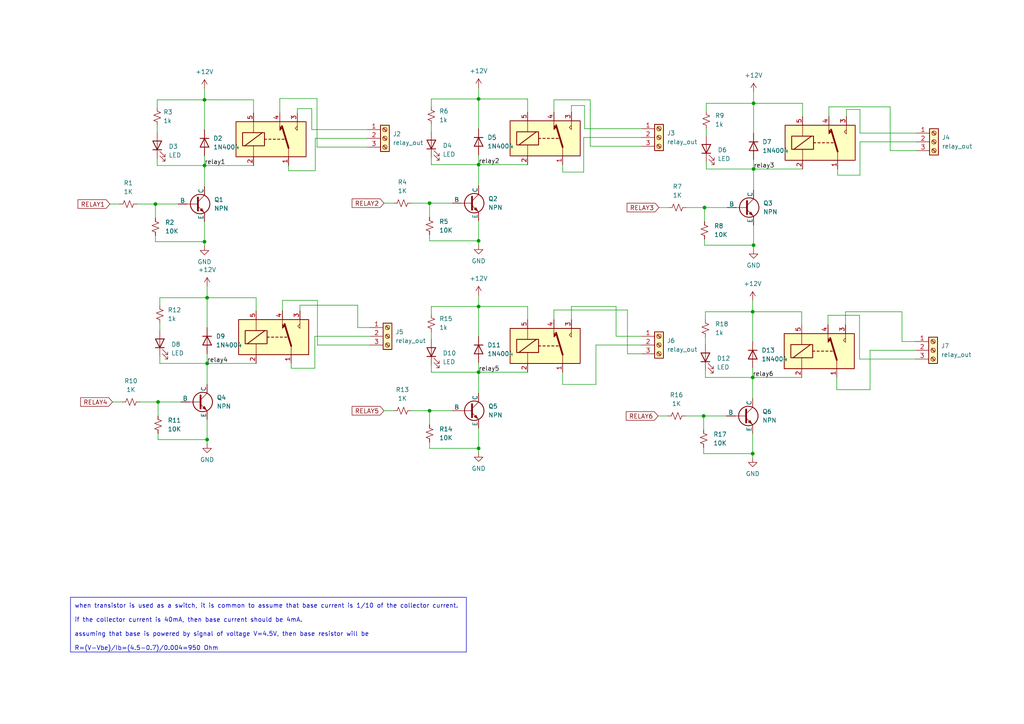
<source format=kicad_sch>
(kicad_sch (version 20230121) (generator eeschema)
  (paper "A4")
  (title_block (title "RelayDriverSheet") (date "2023-12-21") (comment 2 "each of the following relay is driver by a 12v ") (comment 3 "This sheet contains the circuits to drive the Relays "))
  (lib_symbols
    (symbol "Connector:Screw_Terminal_01x03" (pin_names (offset 1.016) hide)
      (property "Reference" "J" (at 0 5.08 0))
      (property "Value" "Screw_Terminal_01x03" (at 0 -5.08 0))
      (symbol "Screw_Terminal_01x03_1_1"
        (rectangle (start -1.27 3.81) (end 1.27 -3.81) (stroke (width 0.254)) (fill (type background)))
        (circle (center 0 -2.54) (radius 0.635) (stroke (width 0.1524)))
        (polyline (pts (xy -0.5334 -2.2098) (xy 0.3302 -3.048)) (stroke (width 0.1524)))
        (polyline (pts (xy -0.5334 0.3302) (xy 0.3302 -0.508)) (stroke (width 0.1524)))
        (polyline (pts (xy -0.5334 2.8702) (xy 0.3302 2.032)) (stroke (width 0.1524)))
        (polyline (pts (xy -0.3556 -2.032) (xy 0.508 -2.8702)) (stroke (width 0.1524)))
        (polyline (pts (xy -0.3556 0.508) (xy 0.508 -0.3302)) (stroke (width 0.1524)))
        (polyline (pts (xy -0.3556 3.048) (xy 0.508 2.2098)) (stroke (width 0.1524)))
        (circle (center 0 0) (radius 0.635) (stroke (width 0.1524)))
        (circle (center 0 2.54) (radius 0.635) (stroke (width 0.1524)))
        (pin passive line (at -5.08 2.54 0) (length 3.81) (name "Pin_1") (number "1"))
        (pin passive line (at -5.08 0 0) (length 3.81) (name "Pin_2") (number "2"))
        (pin passive line (at -5.08 -2.54 0) (length 3.81) (name "Pin_3") (number "3"))
      )
    )
    (symbol "Device:LED" (pin_numbers hide) (pin_names (offset 1.016) hide)
      (property "Reference" "D" (at 0 2.54 0))
      (property "Value" "LED" (at 0 -2.54 0))
      (symbol "LED_0_1"
        (polyline (pts (xy -1.27 -1.27) (xy -1.27 1.27)) (stroke (width 0.254)))
        (polyline (pts (xy -1.27 0) (xy 1.27 0)))
        (polyline (pts (xy 1.27 -1.27) (xy 1.27 1.27) (xy -1.27 0) (xy 1.27 -1.27)) (stroke (width 0.254)))
        (polyline (pts (xy -3.048 -0.762) (xy -4.572 -2.286) (xy -3.81 -2.286) (xy -4.572 -2.286) (xy -4.572 -1.524)))
        (polyline (pts (xy -1.778 -0.762) (xy -3.302 -2.286) (xy -2.54 -2.286) (xy -3.302 -2.286) (xy -3.302 -1.524)))
      )
      (symbol "LED_1_1"
        (pin passive line (at -3.81 0 0) (length 2.54) (name "K") (number "1"))
        (pin passive line (at 3.81 0 180) (length 2.54) (name "A") (number "2"))
      )
    )
    (symbol "Device:R_Small_US" (pin_numbers hide) (pin_names (offset 0.254) hide)
      (property "Reference" "R" (at 0.762 0.508 0))
      (property "Value" "R_Small_US" (at 0.762 -1.016 0))
      (symbol "R_Small_US_1_1"
        (polyline (pts (xy 0 0) (xy 1.016 -0.381) (xy 0 -0.762) (xy -1.016 -1.143) (xy 0 -1.524)))
        (polyline (pts (xy 0 1.524) (xy 1.016 1.143) (xy 0 0.762) (xy -1.016 0.381) (xy 0 0)))
        (pin passive line (at 0 2.54 270) (length 1.016) (name "~") (number "1"))
        (pin passive line (at 0 -2.54 90) (length 1.016) (name "~") (number "2"))
      )
    )
    (symbol "Diode:1N4004" (pin_numbers hide) (pin_names hide)
      (property "Reference" "D" (at 0 2.54 0))
      (property "Value" "1N4004" (at 0 -2.54 0))
      (symbol "1N4004_0_1"
        (polyline (pts (xy -1.27 1.27) (xy -1.27 -1.27)) (stroke (width 0.254)))
        (polyline (pts (xy 1.27 0) (xy -1.27 0)))
        (polyline (pts (xy 1.27 1.27) (xy 1.27 -1.27) (xy -1.27 0) (xy 1.27 1.27)) (stroke (width 0.254)))
      )
      (symbol "1N4004_1_1"
        (pin passive line (at -3.81 0 0) (length 2.54) (name "K") (number "1"))
        (pin passive line (at 3.81 0 180) (length 2.54) (name "A") (number "2"))
      )
    )
    (symbol "Relay:G5LE-1"
      (property "Reference" "K" (at 11.43 3.81 0))
      (property "Value" "G5LE-1" (at 11.43 1.27 0))
      (symbol "G5LE-1_0_0"
        (polyline (pts (xy 7.62 5.08) (xy 7.62 2.54) (xy 6.985 3.175) (xy 7.62 3.81)))
      )
      (symbol "G5LE-1_0_1"
        (rectangle (start -10.16 5.08) (end 10.16 -5.08) (stroke (width 0.254)) (fill (type background)))
        (rectangle (start -8.255 1.905) (end -1.905 -1.905) (stroke (width 0.254)))
        (polyline (pts (xy -7.62 -1.905) (xy -2.54 1.905)) (stroke (width 0.254)))
        (polyline (pts (xy -5.08 -5.08) (xy -5.08 -1.905)))
        (polyline (pts (xy -5.08 5.08) (xy -5.08 1.905)))
        (polyline (pts (xy -1.905 0) (xy -1.27 0)) (stroke (width 0.254)))
        (polyline (pts (xy -0.635 0) (xy 0 0)) (stroke (width 0.254)))
        (polyline (pts (xy 0.635 0) (xy 1.27 0)) (stroke (width 0.254)))
        (polyline (pts (xy 1.905 0) (xy 2.54 0)) (stroke (width 0.254)))
        (polyline (pts (xy 3.175 0) (xy 3.81 0)) (stroke (width 0.254)))
        (polyline (pts (xy 5.08 -2.54) (xy 3.175 3.81)) (stroke (width 0.508)))
        (polyline (pts (xy 5.08 -2.54) (xy 5.08 -5.08)))
        (polyline (pts (xy 2.54 5.08) (xy 2.54 2.54) (xy 3.175 3.175) (xy 2.54 3.81)) (fill (type outline)))
      )
      (symbol "G5LE-1_1_1"
        (pin passive line (at 5.08 -7.62 90) (length 2.54) (name "~") (number "1"))
        (pin passive line (at -5.08 -7.62 90) (length 2.54) (name "~") (number "2"))
        (pin passive line (at 7.62 7.62 270) (length 2.54) (name "~") (number "3"))
        (pin passive line (at 2.54 7.62 270) (length 2.54) (name "~") (number "4"))
        (pin passive line (at -5.08 7.62 270) (length 2.54) (name "~") (number "5"))
      )
    )
    (symbol "Simulation_SPICE:NPN" (pin_numbers hide) (pin_names (offset 0))
      (property "Reference" "Q" (at -2.54 7.62 0))
      (property "Value" "NPN" (at -2.54 5.08 0))
      (symbol "NPN_0_1"
        (polyline (pts (xy -2.54 0) (xy 0.635 0)) (stroke (width 0.1524)))
        (polyline (pts (xy 0.635 0.635) (xy 2.54 2.54)))
        (polyline (pts (xy 2.794 -1.27) (xy 2.794 -1.27)) (stroke (width 0.1524)))
        (polyline (pts (xy 2.794 -1.27) (xy 2.794 -1.27)) (stroke (width 0.1524)))
        (polyline (pts (xy 0.635 -0.635) (xy 2.54 -2.54) (xy 2.54 -2.54)))
        (polyline (pts (xy 0.635 1.905) (xy 0.635 -1.905) (xy 0.635 -1.905)) (stroke (width 0.508)))
        (polyline (pts (xy 1.27 -1.778) (xy 1.778 -1.27) (xy 2.286 -2.286) (xy 1.27 -1.778) (xy 1.27 -1.778)) (fill (type outline)))
        (circle (center 1.27 0) (radius 2.8194) (stroke (width 0.254)))
      )
      (symbol "NPN_1_1"
        (pin open_collector line (at 2.54 5.08 270) (length 2.54) (name "C") (number "1"))
        (pin input line (at -5.08 0 0) (length 2.54) (name "B") (number "2"))
        (pin open_emitter line (at 2.54 -5.08 90) (length 2.54) (name "E") (number "3"))
      )
    )
    (symbol "power:+12V" (power) (pin_names (offset 0))
      (property "Value" "+12V" (at 0 3.556 0))
      (symbol "+12V_0_1"
        (polyline (pts (xy -0.762 1.27) (xy 0 2.54)))
        (polyline (pts (xy 0 0) (xy 0 2.54)))
        (polyline (pts (xy 0 2.54) (xy 0.762 1.27)))
      )
      (symbol "+12V_1_1"
        (pin power_in line (at 0 0 90) (length 0) hide (name "+12V") (number "1"))
      )
    )
    (symbol "power:GND" (power) (pin_names (offset 0))
      (property "Value" "GND" (at 0 -3.81 0))
      (symbol "GND_0_1"
        (polyline (pts (xy 0 0) (xy 0 -1.27) (xy 1.27 -1.27) (xy 0 -2.54) (xy -1.27 -1.27) (xy 0 -1.27)))
      )
      (symbol "GND_1_1"
        (pin power_in line (at 0 0 270) (length 0) hide (name "GND") (number "1"))
      )
    )
  )
  (junction (at 204.343 60.198))
  (junction (at 59.309 28.956))
  (junction (at 138.811 130.048))
  (junction (at 218.313 131.572))
  (junction (at 218.567 71.12))
  (junction (at 138.811 47.752))
  (junction (at 45.085 59.182))
  (junction (at 218.567 29.972))
  (junction (at 60.071 105.41))
  (junction (at 45.847 116.586))
  (junction (at 218.313 109.474))
  (junction (at 138.811 28.702))
  (junction (at 59.309 70.104))
  (junction (at 124.587 119.126))
  (junction (at 138.811 107.95))
  (junction (at 218.313 90.424))
  (junction (at 218.567 49.022))
  (junction (at 59.309 48.006))
  (junction (at 138.811 88.9))
  (junction (at 60.071 86.36))
  (junction (at 60.071 127.508))
  (junction (at 124.587 58.928))
  (junction (at 204.089 120.65))
  (junction (at 138.811 69.85))
  (wire (pts (xy 218.313 125.73) (xy 218.313 131.572)))
  (wire (pts (xy 204.089 120.65) (xy 204.089 124.714)))
  (wire (pts (xy 265.557 104.14) (xy 249.301 104.14)))
  (wire (pts (xy 125.095 47.752) (xy 138.811 47.752)))
  (wire (pts (xy 138.811 69.85) (xy 138.811 71.12)))
  (wire (pts (xy 45.847 125.73) (xy 45.847 127.508)))
  (wire (pts (xy 91.313 97.536) (xy 91.313 106.807)))
  (wire (pts (xy 46.355 86.36) (xy 46.355 88.646)))
  (wire (pts (xy 138.811 88.9) (xy 125.095 88.9)))
  (wire (pts (xy 138.811 47.752) (xy 138.811 53.848)))
  (wire (pts (xy 172.847 100.076) (xy 172.847 111.506)))
  (wire (pts (xy 169.291 49.911) (xy 163.195 49.911)))
  (wire (pts (xy 92.075 100.076) (xy 92.075 87.122)))
  (wire (pts (xy 181.991 102.616) (xy 186.055 102.616)))
  (wire (pts (xy 92.075 87.122) (xy 81.915 87.122)))
  (wire (pts (xy 91.948 42.672) (xy 91.948 28.575)))
  (wire (pts (xy 245.491 31.75) (xy 245.491 33.782)))
  (wire (pts (xy 124.587 68.072) (xy 124.587 69.85)))
  (wire (pts (xy 249.428 31.75) (xy 245.491 31.75)))
  (wire (pts (xy 86.995 90.17) (xy 86.995 88.519)))
  (wire (pts (xy 242.697 109.474) (xy 242.697 113.03)))
  (polyline (pts (xy 135.255 189.103) (xy 135.255 173.228)))
  (wire (pts (xy 204.597 97.79) (xy 204.597 99.822)))
  (wire (pts (xy 191.135 60.198) (xy 193.929 60.198)))
  (wire (pts (xy 204.597 90.424) (xy 204.597 92.71)))
  (wire (pts (xy 204.343 71.12) (xy 218.567 71.12)))
  (wire (pts (xy 107.315 100.076) (xy 92.075 100.076)))
  (wire (pts (xy 125.095 107.95) (xy 138.811 107.95)))
  (wire (pts (xy 138.811 107.95) (xy 138.811 105.156)))
  (wire (pts (xy 252.349 101.6) (xy 252.349 113.03)))
  (wire (pts (xy 204.851 29.972) (xy 204.851 32.258)))
  (wire (pts (xy 245.237 94.234) (xy 245.237 90.424)))
  (wire (pts (xy 204.089 131.572) (xy 218.313 131.572)))
  (wire (pts (xy 124.587 58.928) (xy 124.587 62.992)))
  (wire (pts (xy 204.851 46.99) (xy 204.851 49.022)))
  (wire (pts (xy 60.071 105.41) (xy 60.071 111.506)))
  (wire (pts (xy 218.567 49.022) (xy 218.567 46.228)))
  (wire (pts (xy 218.313 109.474) (xy 218.313 106.68)))
  (wire (pts (xy 59.309 48.006) (xy 59.309 45.212)))
  (wire (pts (xy 240.411 30.988) (xy 240.411 33.782)))
  (wire (pts (xy 60.071 86.36) (xy 46.355 86.36)))
  (wire (pts (xy 171.196 28.956) (xy 160.655 28.956)))
  (wire (pts (xy 138.811 88.9) (xy 138.811 97.536)))
  (wire (pts (xy 45.085 59.182) (xy 45.085 63.246)))
  (wire (pts (xy 59.309 28.956) (xy 45.593 28.956)))
  (wire (pts (xy 60.071 127.508) (xy 60.071 128.778)))
  (wire (pts (xy 169.545 30.607) (xy 165.735 30.607)))
  (wire (pts (xy 138.811 28.702) (xy 125.095 28.702)))
  (wire (pts (xy 265.811 41.148) (xy 249.428 41.148)))
  (wire (pts (xy 138.811 25.4) (xy 138.811 28.702)))
  (wire (pts (xy 169.291 39.878) (xy 169.291 49.911)))
  (wire (pts (xy 124.587 128.27) (xy 124.587 130.048)))
  (wire (pts (xy 186.055 39.878) (xy 169.291 39.878)))
  (wire (pts (xy 153.035 107.95) (xy 138.811 107.95)))
  (wire (pts (xy 91.44 40.132) (xy 91.44 49.53)))
  (wire (pts (xy 125.095 45.72) (xy 125.095 47.752)))
  (wire (pts (xy 59.309 70.104) (xy 59.309 71.374)))
  (wire (pts (xy 163.195 111.506) (xy 172.847 111.506)))
  (wire (pts (xy 73.533 32.766) (xy 73.533 28.956)))
  (wire (pts (xy 60.071 105.41) (xy 60.071 102.616)))
  (wire (pts (xy 106.553 42.672) (xy 91.948 42.672)))
  (wire (pts (xy 186.055 37.338) (xy 169.545 37.338)))
  (wire (pts (xy 218.313 109.474) (xy 218.313 115.57)))
  (wire (pts (xy 91.948 28.575) (xy 81.153 28.575)))
  (wire (pts (xy 138.811 47.752) (xy 138.811 44.958)))
  (wire (pts (xy 111.379 58.928) (xy 114.173 58.928)))
  (wire (pts (xy 204.597 109.474) (xy 218.313 109.474)))
  (wire (pts (xy 163.195 49.911) (xy 163.195 47.752)))
  (wire (pts (xy 249.428 38.608) (xy 249.428 31.75)))
  (polyline (pts (xy 20.447 189.103) (xy 135.255 189.103)))
  (wire (pts (xy 232.537 94.234) (xy 232.537 90.424)))
  (wire (pts (xy 258.191 30.988) (xy 258.191 43.688)))
  (wire (pts (xy 186.055 100.076) (xy 172.847 100.076)))
  (wire (pts (xy 46.355 105.41) (xy 60.071 105.41)))
  (wire (pts (xy 249.301 91.44) (xy 249.301 104.14)))
  (wire (pts (xy 218.567 29.972) (xy 218.567 38.608)))
  (wire (pts (xy 73.533 28.956) (xy 59.309 28.956)))
  (wire (pts (xy 240.411 30.988) (xy 258.191 30.988)))
  (wire (pts (xy 45.593 36.322) (xy 45.593 38.354)))
  (wire (pts (xy 204.089 129.794) (xy 204.089 131.572)))
  (wire (pts (xy 124.587 58.928) (xy 131.191 58.928)))
  (wire (pts (xy 198.755 120.65) (xy 204.089 120.65)))
  (wire (pts (xy 165.735 30.607) (xy 165.735 32.512)))
  (wire (pts (xy 46.355 103.378) (xy 46.355 105.41)))
  (wire (pts (xy 232.537 90.424) (xy 218.313 90.424)))
  (wire (pts (xy 249.301 91.44) (xy 240.157 91.44)))
  (wire (pts (xy 106.553 40.132) (xy 91.44 40.132)))
  (wire (pts (xy 261.62 90.424) (xy 261.62 99.06)))
  (wire (pts (xy 204.597 107.442) (xy 204.597 109.474)))
  (wire (pts (xy 90.424 31.496) (xy 86.233 31.496)))
  (wire (pts (xy 86.995 88.519) (xy 103.759 88.519)))
  (wire (pts (xy 81.153 28.575) (xy 81.153 32.766)))
  (wire (pts (xy 39.751 59.182) (xy 45.085 59.182)))
  (wire (pts (xy 160.655 89.916) (xy 160.655 92.71)))
  (wire (pts (xy 165.735 88.9) (xy 178.689 88.9)))
  (wire (pts (xy 249.428 41.148) (xy 249.428 50.8)))
  (wire (pts (xy 111.379 119.126) (xy 114.173 119.126)))
  (wire (pts (xy 74.295 86.36) (xy 60.071 86.36)))
  (wire (pts (xy 218.313 90.424) (xy 218.313 99.06)))
  (wire (pts (xy 258.191 43.688) (xy 265.811 43.688)))
  (wire (pts (xy 218.313 131.572) (xy 218.313 132.842)))
  (wire (pts (xy 240.157 91.44) (xy 240.157 94.234)))
  (wire (pts (xy 204.343 60.198) (xy 210.947 60.198)))
  (wire (pts (xy 178.689 97.536) (xy 178.689 88.9)))
  (wire (pts (xy 153.035 47.752) (xy 138.811 47.752)))
  (wire (pts (xy 40.513 116.586) (xy 45.847 116.586)))
  (wire (pts (xy 218.567 49.022) (xy 218.567 55.118)))
  (wire (pts (xy 125.095 88.9) (xy 125.095 91.186)))
  (wire (pts (xy 169.545 37.338) (xy 169.545 30.607)))
  (wire (pts (xy 181.991 89.916) (xy 181.991 102.616)))
  (wire (pts (xy 124.587 69.85) (xy 138.811 69.85)))
  (wire (pts (xy 249.428 50.8) (xy 242.951 50.8)))
  (wire (pts (xy 84.455 106.807) (xy 84.455 105.41)))
  (polyline (pts (xy 20.447 173.228) (xy 135.255 173.228)))
  (wire (pts (xy 153.035 32.512) (xy 153.035 28.702)))
  (wire (pts (xy 171.196 42.418) (xy 171.196 28.956)))
  (wire (pts (xy 125.095 96.266) (xy 125.095 98.298)))
  (wire (pts (xy 45.085 68.326) (xy 45.085 70.104)))
  (wire (pts (xy 232.791 33.782) (xy 232.791 29.972)))
  (wire (pts (xy 204.343 60.198) (xy 204.343 64.262)))
  (wire (pts (xy 204.851 49.022) (xy 218.567 49.022)))
  (wire (pts (xy 153.035 88.9) (xy 138.811 88.9)))
  (wire (pts (xy 160.655 28.956) (xy 160.655 32.512)))
  (wire (pts (xy 81.915 87.122) (xy 81.915 90.17)))
  (wire (pts (xy 153.035 28.702) (xy 138.811 28.702)))
  (wire (pts (xy 125.095 36.068) (xy 125.095 38.1)))
  (wire (pts (xy 218.313 90.424) (xy 204.597 90.424)))
  (wire (pts (xy 125.095 28.702) (xy 125.095 30.988)))
  (wire (pts (xy 46.355 93.726) (xy 46.355 95.758)))
  (wire (pts (xy 91.313 106.807) (xy 84.455 106.807)))
  (wire (pts (xy 59.309 28.956) (xy 59.309 37.592)))
  (wire (pts (xy 103.759 94.996) (xy 107.315 94.996)))
  (wire (pts (xy 124.587 130.048) (xy 138.811 130.048)))
  (wire (pts (xy 103.759 88.519) (xy 103.759 94.996)))
  (wire (pts (xy 204.343 69.342) (xy 204.343 71.12)))
  (wire (pts (xy 218.313 87.122) (xy 218.313 90.424)))
  (wire (pts (xy 124.587 119.126) (xy 124.587 123.19)))
  (wire (pts (xy 245.237 90.424) (xy 261.62 90.424)))
  (wire (pts (xy 73.533 48.006) (xy 59.309 48.006)))
  (wire (pts (xy 218.567 65.278) (xy 218.567 71.12)))
  (wire (pts (xy 265.557 101.6) (xy 252.349 101.6)))
  (wire (pts (xy 163.195 107.95) (xy 163.195 111.506)))
  (wire (pts (xy 218.567 29.972) (xy 204.851 29.972)))
  (wire (pts (xy 204.851 37.338) (xy 204.851 39.37)))
  (wire (pts (xy 119.253 119.126) (xy 124.587 119.126)))
  (wire (pts (xy 232.537 109.474) (xy 218.313 109.474)))
  (wire (pts (xy 124.587 119.126) (xy 131.191 119.126)))
  (wire (pts (xy 59.309 64.262) (xy 59.309 70.104)))
  (wire (pts (xy 160.655 89.916) (xy 181.991 89.916)))
  (wire (pts (xy 232.791 29.972) (xy 218.567 29.972)))
  (wire (pts (xy 232.791 49.022) (xy 218.567 49.022)))
  (wire (pts (xy 74.295 105.41) (xy 60.071 105.41)))
  (wire (pts (xy 138.811 130.048) (xy 138.811 131.318)))
  (wire (pts (xy 242.951 50.8) (xy 242.951 49.022)))
  (wire (pts (xy 138.811 85.598) (xy 138.811 88.9)))
  (wire (pts (xy 138.811 28.702) (xy 138.811 37.338)))
  (wire (pts (xy 138.811 124.206) (xy 138.811 130.048)))
  (wire (pts (xy 86.233 31.496) (xy 86.233 32.766)))
  (wire (pts (xy 186.055 42.418) (xy 171.196 42.418)))
  (wire (pts (xy 45.847 127.508) (xy 60.071 127.508)))
  (wire (pts (xy 165.735 92.71) (xy 165.735 88.9)))
  (wire (pts (xy 138.811 107.95) (xy 138.811 114.046)))
  (wire (pts (xy 90.424 37.592) (xy 90.424 31.496)))
  (wire (pts (xy 107.315 97.536) (xy 91.313 97.536)))
  (wire (pts (xy 45.847 116.586) (xy 52.451 116.586)))
  (wire (pts (xy 45.847 116.586) (xy 45.847 120.65)))
  (wire (pts (xy 261.62 99.06) (xy 265.557 99.06)))
  (wire (pts (xy 45.085 59.182) (xy 51.689 59.182)))
  (wire (pts (xy 83.693 49.53) (xy 91.44 49.53)))
  (wire (pts (xy 186.055 97.536) (xy 178.689 97.536)))
  (wire (pts (xy 32.639 116.586) (xy 35.433 116.586)))
  (wire (pts (xy 242.697 113.03) (xy 252.349 113.03)))
  (wire (pts (xy 119.253 58.928) (xy 124.587 58.928)))
  (wire (pts (xy 153.035 92.71) (xy 153.035 88.9)))
  (wire (pts (xy 265.811 38.608) (xy 249.428 38.608)))
  (wire (pts (xy 31.877 59.182) (xy 34.671 59.182)))
  (wire (pts (xy 45.085 70.104) (xy 59.309 70.104)))
  (wire (pts (xy 218.567 26.67) (xy 218.567 29.972)))
  (wire (pts (xy 106.553 37.592) (xy 90.424 37.592)))
  (wire (pts (xy 60.071 83.058) (xy 60.071 86.36)))
  (wire (pts (xy 59.309 25.654) (xy 59.309 28.956)))
  (wire (pts (xy 190.881 120.65) (xy 193.675 120.65)))
  (wire (pts (xy 138.811 64.008) (xy 138.811 69.85)))
  (wire (pts (xy 60.071 86.36) (xy 60.071 94.996)))
  (wire (pts (xy 74.295 90.17) (xy 74.295 86.36)))
  (wire (pts (xy 59.309 48.006) (xy 59.309 54.102)))
  (wire (pts (xy 45.593 28.956) (xy 45.593 31.242)))
  (wire (pts (xy 125.095 105.918) (xy 125.095 107.95)))
  (wire (pts (xy 83.693 48.006) (xy 83.693 49.53)))
  (wire (pts (xy 199.009 60.198) (xy 204.343 60.198)))
  (wire (pts (xy 218.567 71.12) (xy 218.567 72.39)))
  (wire (pts (xy 45.593 45.974) (xy 45.593 48.006)))
  (wire (pts (xy 45.593 48.006) (xy 59.309 48.006)))
  (wire (pts (xy 60.071 121.666) (xy 60.071 127.508)))
  (wire (pts (xy 204.089 120.65) (xy 210.693 120.65)))
  (polyline (pts (xy 20.447 173.228) (xy 20.447 189.103)))
  (text "when transistor is used as a switch, it is common to assume that base current is 1/10 of the collector current.\n\nif the collector current is 40mA, then base current should be 4mA.\n\nassuming that base is powered by signal of voltage V=4.5V, then base resistor will be\n\nR=(V-Vbe)/Ib=(4.5-0.7)/0.004=950 Ohm" (at 21.59 188.849 0) (effects (font (size 1.27 1.27)) (justify left bottom)))
  (label "relay4" (at 60.071 105.41 0))
  (label "relay1" (at 59.309 48.006 0))
  (label "relay2" (at 138.811 47.752 0))
  (label "relay3" (at 218.567 49.022 0))
  (label "relay5" (at 138.811 107.95 0))
  (label "relay6" (at 218.313 109.474 0))
  (global_label "RELAY6" (shape input) (at 190.881 120.65 180) (property "Intersheetrefs" "${INTERSHEET_REFS}" (effects hide)))
  (global_label "RELAY3" (shape input) (at 191.135 60.198 180) (property "Intersheetrefs" "${INTERSHEET_REFS}" (effects hide)))
  (global_label "RELAY4" (shape input) (at 32.639 116.586 180) (property "Intersheetrefs" "${INTERSHEET_REFS}" (effects hide)))
  (global_label "RELAY5" (shape input) (at 111.379 119.126 180) (property "Intersheetrefs" "${INTERSHEET_REFS}" (effects hide)))
  (global_label "RELAY2" (shape input) (at 111.379 58.928 180) (property "Intersheetrefs" "${INTERSHEET_REFS}" (effects hide)))
  (global_label "RELAY1" (shape input) (at 31.877 59.182 180) (property "Intersheetrefs" "${INTERSHEET_REFS}" (effects hide)))
  (symbol (lib_id "Simulation_SPICE:NPN") (at 56.769 59.182 0) (unit 1)
    (property "Reference" "Q1" (at 62.103 57.912 0) (effects (justify left)))
    (property "Value" "NPN" (at 62.103 60.452 0) (effects (justify left)))
    (property "Footprint" "Package_TO_SOT_SMD:SOT-23" (effects hide))
    (property "Sim.Device" "NPN" (effects hide))
    (property "Sim.Type" "GUMMELPOON" (effects hide))
    (property "Sim.Pins" "1=C 2=B 3=E" (effects hide))
  )
  (symbol (lib_id "Device:LED") (at 125.095 41.91 90) (unit 1)
    (property "Reference" "D4" (at 128.397 42.2275 90) (effects (justify right)))
    (property "Value" "LED" (at 128.397 44.7675 90) (effects (justify right)))
    (property "Footprint" "LED_SMD:LED_1206_3216Metric_Pad1.42x1.75mm_HandSolder" (effects hide))
  )
  (symbol (lib_id "Relay:G5LE-1") (at 158.115 100.33 0) (unit 1)
    (property "Reference" "K5" (effects hide))
    (property "Value" "G5LE-1" (effects hide))
    (property "Footprint" "Relay_THT:Relay_SPDT_Omron-G5LE-1" (effects hide))
    (property "Datasheet" "http://www.omron.com/ecb/products/pdf/en-g5le.pdf" (effects hide))
  )
  (symbol (lib_id "Device:R_Small_US") (at 204.343 66.802 0) (unit 1)
    (property "Reference" "R8" (at 207.137 65.532 0) (effects (justify left)))
    (property "Value" "10K" (at 207.137 68.072 0) (effects (justify left)))
    (property "Footprint" "Resistor_SMD:R_1206_3216Metric_Pad1.30x1.75mm_HandSolder" (effects hide))
  )
  (symbol (lib_id "Simulation_SPICE:NPN") (at 57.531 116.586 0) (unit 1)
    (property "Reference" "Q4" (at 62.865 115.316 0) (effects (justify left)))
    (property "Value" "NPN" (at 62.865 117.856 0) (effects (justify left)))
    (property "Footprint" "Package_TO_SOT_SMD:SOT-23" (effects hide))
    (property "Sim.Device" "NPN" (effects hide))
    (property "Sim.Type" "GUMMELPOON" (effects hide))
    (property "Sim.Pins" "1=C 2=B 3=E" (effects hide))
  )
  (symbol (lib_id "Diode:1N4004") (at 218.567 42.418 270) (unit 1)
    (property "Reference" "D7" (at 221.107 41.148 90) (effects (justify left)))
    (property "Value" "1N4004" (at 221.107 43.688 90) (effects (justify left)))
    (property "Footprint" "Diode_SMD:D_SMA_Handsoldering" (effects hide))
    (property "Datasheet" "http://www.vishay.com/docs/88503/1n4001.pdf" (effects hide))
    (property "Sim.Device" "D" (effects hide))
    (property "Sim.Pins" "1=K 2=A" (effects hide))
  )
  (symbol (lib_id "Device:R_Small_US") (at 125.095 93.726 0) (unit 1)
    (property "Reference" "R15" (at 127.381 92.456 0) (effects (justify left)))
    (property "Value" "1k" (at 127.381 94.996 0) (effects (justify left)))
    (property "Footprint" "Resistor_SMD:R_1206_3216Metric_Pad1.30x1.75mm_HandSolder" (effects hide))
  )
  (symbol (lib_id "power:GND") (at 59.309 71.374 0) (unit 1)
    (property "Reference" "#PWR012" (effects hide))
    (property "Value" "GND" (at 59.309 75.946 0))
  )
  (symbol (lib_id "power:GND") (at 218.567 72.39 0) (unit 1)
    (property "Reference" "#PWR016" (effects hide))
    (property "Value" "GND" (at 218.567 76.962 0))
  )
  (symbol (lib_id "Device:R_Small_US") (at 204.597 95.25 0) (unit 1)
    (property "Reference" "R18" (at 207.391 93.98 0) (effects (justify left)))
    (property "Value" "1k" (at 207.391 96.52 0) (effects (justify left)))
    (property "Footprint" "Resistor_SMD:R_1206_3216Metric_Pad1.30x1.75mm_HandSolder" (effects hide))
  )
  (symbol (lib_id "Device:LED") (at 125.095 102.108 90) (unit 1)
    (property "Reference" "D10" (at 128.397 102.4255 90) (effects (justify right)))
    (property "Value" "LED" (at 128.397 104.9655 90) (effects (justify right)))
    (property "Footprint" "LED_SMD:LED_1206_3216Metric_Pad1.42x1.75mm_HandSolder" (effects hide))
  )
  (symbol (lib_id "Connector:Screw_Terminal_01x03") (at 270.637 101.6 0) (unit 1)
    (property "Reference" "J7" (at 272.923 100.33 0) (effects (justify left)))
    (property "Value" "relay_out" (at 272.923 102.87 0) (effects (justify left)))
    (property "Footprint" "TerminalBlock_Phoenix:TerminalBlock_Phoenix_MKDS-1,5-3_1x03_P5.00mm_Horizontal" (effects hide))
  )
  (symbol (lib_id "Relay:G5LE-1") (at 78.613 40.386 0) (unit 1)
    (property "Reference" "K1" (effects hide))
    (property "Value" "G5LE-1" (effects hide))
    (property "Footprint" "Relay_THT:Relay_SPDT_Omron-G5LE-1" (effects hide))
    (property "Datasheet" "http://www.omron.com/ecb/products/pdf/en-g5le.pdf" (effects hide))
  )
  (symbol (lib_id "Device:R_Small_US") (at 204.089 127.254 0) (unit 1)
    (property "Reference" "R17" (at 206.883 125.984 0) (effects (justify left)))
    (property "Value" "10K" (at 206.883 128.524 0) (effects (justify left)))
    (property "Footprint" "Resistor_SMD:R_1206_3216Metric_Pad1.30x1.75mm_HandSolder" (effects hide))
  )
  (symbol (lib_id "Device:LED") (at 46.355 99.568 90) (unit 1)
    (property "Reference" "D8" (at 49.657 99.8855 90) (effects (justify right)))
    (property "Value" "LED" (at 49.657 102.4255 90) (effects (justify right)))
    (property "Footprint" "LED_SMD:LED_1206_3216Metric_Pad1.42x1.75mm_HandSolder" (effects hide))
  )
  (symbol (lib_id "Simulation_SPICE:NPN") (at 136.271 119.126 0) (unit 1)
    (property "Reference" "Q5" (at 141.605 117.856 0) (effects (justify left)))
    (property "Value" "NPN" (at 141.605 120.396 0) (effects (justify left)))
    (property "Footprint" "Package_TO_SOT_SMD:SOT-23" (effects hide))
    (property "Sim.Device" "NPN" (effects hide))
    (property "Sim.Type" "GUMMELPOON" (effects hide))
    (property "Sim.Pins" "1=C 2=B 3=E" (effects hide))
  )
  (symbol (lib_id "Connector:Screw_Terminal_01x03") (at 270.891 41.148 0) (unit 1)
    (property "Reference" "J4" (at 273.177 39.878 0) (effects (justify left)))
    (property "Value" "relay_out" (at 273.177 42.418 0) (effects (justify left)))
    (property "Footprint" "TerminalBlock_Phoenix:TerminalBlock_Phoenix_MKDS-1,5-3_1x03_P5.00mm_Horizontal" (effects hide))
  )
  (symbol (lib_id "Device:LED") (at 204.851 43.18 90) (unit 1)
    (property "Reference" "D6" (at 208.153 43.4975 90) (effects (justify right)))
    (property "Value" "LED" (at 208.153 46.0375 90) (effects (justify right)))
    (property "Footprint" "LED_SMD:LED_1206_3216Metric_Pad1.42x1.75mm_HandSolder" (effects hide))
  )
  (symbol (lib_id "power:GND") (at 218.313 132.842 0) (unit 1)
    (property "Reference" "#PWR022" (effects hide))
    (property "Value" "GND" (at 218.313 137.414 0))
  )
  (symbol (lib_id "Device:R_Small_US") (at 116.713 58.928 90) (unit 1)
    (property "Reference" "R4" (at 116.713 52.832 90))
    (property "Value" "1K" (at 116.713 55.372 90))
    (property "Footprint" "Resistor_SMD:R_1206_3216Metric_Pad1.30x1.75mm_HandSolder" (effects hide))
  )
  (symbol (lib_id "Device:R_Small_US") (at 45.593 33.782 0) (unit 1)
    (property "Reference" "R3" (at 47.371 32.512 0) (effects (justify left)))
    (property "Value" "1k" (at 47.371 35.052 0) (effects (justify left)))
    (property "Footprint" "Resistor_SMD:R_1206_3216Metric_Pad1.30x1.75mm_HandSolder" (effects hide))
  )
  (symbol (lib_id "power:+12V") (at 60.071 83.058 0) (unit 1)
    (property "Reference" "#PWR017" (effects hide))
    (property "Value" "+12V" (at 60.071 78.232 0))
  )
  (symbol (lib_id "Simulation_SPICE:NPN") (at 136.271 58.928 0) (unit 1)
    (property "Reference" "Q2" (at 141.605 57.658 0) (effects (justify left)))
    (property "Value" "NPN" (at 141.605 60.198 0) (effects (justify left)))
    (property "Footprint" "Package_TO_SOT_SMD:SOT-23" (effects hide))
    (property "Sim.Device" "NPN" (effects hide))
    (property "Sim.Type" "GUMMELPOON" (effects hide))
    (property "Sim.Pins" "1=C 2=B 3=E" (effects hide))
  )
  (symbol (lib_id "Connector:Screw_Terminal_01x03") (at 191.135 39.878 0) (unit 1)
    (property "Reference" "J3" (at 193.421 38.608 0) (effects (justify left)))
    (property "Value" "relay_out" (at 193.421 41.148 0) (effects (justify left)))
    (property "Footprint" "TerminalBlock_Phoenix:TerminalBlock_Phoenix_MKDS-1,5-3_1x03_P5.00mm_Horizontal" (effects hide))
  )
  (symbol (lib_id "Device:R_Small_US") (at 196.215 120.65 90) (unit 1)
    (property "Reference" "R16" (at 196.215 114.554 90))
    (property "Value" "1K" (at 196.215 117.094 90))
    (property "Footprint" "Resistor_SMD:R_1206_3216Metric_Pad1.30x1.75mm_HandSolder" (effects hide))
  )
  (symbol (lib_id "Diode:1N4004") (at 138.811 101.346 270) (unit 1)
    (property "Reference" "D11" (at 141.351 100.076 90) (effects (justify left)))
    (property "Value" "1N4004" (at 141.351 102.616 90) (effects (justify left)))
    (property "Footprint" "Diode_SMD:D_SMA_Handsoldering" (effects hide))
    (property "Datasheet" "http://www.vishay.com/docs/88503/1n4001.pdf" (effects hide))
    (property "Sim.Device" "D" (effects hide))
    (property "Sim.Pins" "1=K 2=A" (effects hide))
  )
  (symbol (lib_id "Device:R_Small_US") (at 45.847 123.19 0) (unit 1)
    (property "Reference" "R11" (at 48.641 121.92 0) (effects (justify left)))
    (property "Value" "10K" (at 48.641 124.46 0) (effects (justify left)))
    (property "Footprint" "Resistor_SMD:R_1206_3216Metric_Pad1.30x1.75mm_HandSolder" (effects hide))
  )
  (symbol (lib_id "power:GND") (at 138.811 131.318 0) (unit 1)
    (property "Reference" "#PWR020" (effects hide))
    (property "Value" "GND" (at 138.811 135.89 0))
  )
  (symbol (lib_id "Simulation_SPICE:NPN") (at 215.773 120.65 0) (unit 1)
    (property "Reference" "Q6" (at 221.107 119.38 0) (effects (justify left)))
    (property "Value" "NPN" (at 221.107 121.92 0) (effects (justify left)))
    (property "Footprint" "Package_TO_SOT_SMD:SOT-23" (effects hide))
    (property "Sim.Device" "NPN" (effects hide))
    (property "Sim.Type" "GUMMELPOON" (effects hide))
    (property "Sim.Pins" "1=C 2=B 3=E" (effects hide))
  )
  (symbol (lib_id "Diode:1N4004") (at 59.309 41.402 270) (unit 1)
    (property "Reference" "D2" (at 61.849 40.132 90) (effects (justify left)))
    (property "Value" "1N4004" (at 61.849 42.672 90) (effects (justify left)))
    (property "Footprint" "Diode_SMD:D_SMA_Handsoldering" (effects hide))
    (property "Datasheet" "http://www.vishay.com/docs/88503/1n4001.pdf" (effects hide))
    (property "Sim.Device" "D" (effects hide))
    (property "Sim.Pins" "1=K 2=A" (effects hide))
  )
  (symbol (lib_id "Device:R_Small_US") (at 46.355 91.186 0) (unit 1)
    (property "Reference" "R12" (at 48.641 89.916 0) (effects (justify left)))
    (property "Value" "1k" (at 48.641 92.456 0) (effects (justify left)))
    (property "Footprint" "Resistor_SMD:R_1206_3216Metric_Pad1.30x1.75mm_HandSolder" (effects hide))
  )
  (symbol (lib_id "Diode:1N4004") (at 218.313 102.87 270) (unit 1)
    (property "Reference" "D13" (at 220.853 101.6 90) (effects (justify left)))
    (property "Value" "1N4004" (at 220.853 104.14 90) (effects (justify left)))
    (property "Footprint" "Diode_SMD:D_SMA_Handsoldering" (effects hide))
    (property "Datasheet" "http://www.vishay.com/docs/88503/1n4001.pdf" (effects hide))
    (property "Sim.Device" "D" (effects hide))
    (property "Sim.Pins" "1=K 2=A" (effects hide))
  )
  (symbol (lib_id "Relay:G5LE-1") (at 79.375 97.79 0) (unit 1)
    (property "Reference" "K4" (effects hide))
    (property "Value" "G5LE-1" (effects hide))
    (property "Footprint" "Relay_THT:Relay_SPDT_Omron-G5LE-1" (effects hide))
    (property "Datasheet" "http://www.omron.com/ecb/products/pdf/en-g5le.pdf" (effects hide))
  )
  (symbol (lib_id "Device:R_Small_US") (at 125.095 33.528 0) (unit 1)
    (property "Reference" "R6" (at 127.381 32.258 0) (effects (justify left)))
    (property "Value" "1k" (at 127.381 34.798 0) (effects (justify left)))
    (property "Footprint" "Resistor_SMD:R_1206_3216Metric_Pad1.30x1.75mm_HandSolder" (effects hide))
  )
  (symbol (lib_id "Device:R_Small_US") (at 204.851 34.798 0) (unit 1)
    (property "Reference" "R9" (at 207.391 33.528 0) (effects (justify left)))
    (property "Value" "1k" (at 207.391 36.068 0) (effects (justify left)))
    (property "Footprint" "Resistor_SMD:R_1206_3216Metric_Pad1.30x1.75mm_HandSolder" (effects hide))
  )
  (symbol (lib_id "Device:LED") (at 204.597 103.632 90) (unit 1)
    (property "Reference" "D12" (at 207.899 103.9495 90) (effects (justify right)))
    (property "Value" "LED" (at 207.899 106.4895 90) (effects (justify right)))
    (property "Footprint" "LED_SMD:LED_1206_3216Metric_Pad1.42x1.75mm_HandSolder" (effects hide))
  )
  (symbol (lib_id "power:+12V") (at 138.811 25.4 0) (unit 1)
    (property "Reference" "#PWR013" (effects hide))
    (property "Value" "+12V" (at 138.811 20.574 0))
  )
  (symbol (lib_id "Device:R_Small_US") (at 116.713 119.126 90) (unit 1)
    (property "Reference" "R13" (at 116.713 113.03 90))
    (property "Value" "1K" (at 116.713 115.57 90))
    (property "Footprint" "Resistor_SMD:R_1206_3216Metric_Pad1.30x1.75mm_HandSolder" (effects hide))
  )
  (symbol (lib_id "Device:R_Small_US") (at 37.973 116.586 90) (unit 1)
    (property "Reference" "R10" (at 37.973 110.49 90))
    (property "Value" "1K" (at 37.973 113.03 90))
    (property "Footprint" "Resistor_SMD:R_1206_3216Metric_Pad1.30x1.75mm_HandSolder" (effects hide))
  )
  (symbol (lib_id "Device:R_Small_US") (at 196.469 60.198 90) (unit 1)
    (property "Reference" "R7" (at 196.469 54.102 90))
    (property "Value" "1K" (at 196.469 56.642 90))
    (property "Footprint" "Resistor_SMD:R_1206_3216Metric_Pad1.30x1.75mm_HandSolder" (effects hide))
  )
  (symbol (lib_id "Diode:1N4004") (at 60.071 98.806 270) (unit 1)
    (property "Reference" "D9" (at 62.611 97.536 90) (effects (justify left)))
    (property "Value" "1N4004" (at 62.611 100.076 90) (effects (justify left)))
    (property "Footprint" "Diode_SMD:D_SMA_Handsoldering" (effects hide))
    (property "Datasheet" "http://www.vishay.com/docs/88503/1n4001.pdf" (effects hide))
    (property "Sim.Device" "D" (effects hide))
    (property "Sim.Pins" "1=K 2=A" (effects hide))
  )
  (symbol (lib_id "Relay:G5LE-1") (at 158.115 40.132 0) (unit 1)
    (property "Reference" "K2" (effects hide))
    (property "Value" "G5LE-1" (effects hide))
    (property "Footprint" "Relay_THT:Relay_SPDT_Omron-G5LE-1" (effects hide))
    (property "Datasheet" "http://www.omron.com/ecb/products/pdf/en-g5le.pdf" (effects hide))
  )
  (symbol (lib_id "Connector:Screw_Terminal_01x03") (at 191.135 100.076 0) (unit 1)
    (property "Reference" "J6" (at 193.421 98.806 0) (effects (justify left)))
    (property "Value" "relay_out" (at 193.421 101.346 0) (effects (justify left)))
    (property "Footprint" "TerminalBlock_Phoenix:TerminalBlock_Phoenix_MKDS-1,5-3_1x03_P5.00mm_Horizontal" (effects hide))
  )
  (symbol (lib_id "Connector:Screw_Terminal_01x03") (at 112.395 97.536 0) (unit 1)
    (property "Reference" "J5" (at 114.681 96.266 0) (effects (justify left)))
    (property "Value" "relay_out" (at 114.681 98.806 0) (effects (justify left)))
    (property "Footprint" "TerminalBlock_Phoenix:TerminalBlock_Phoenix_MKDS-1,5-3_1x03_P5.00mm_Horizontal" (effects hide))
  )
  (symbol (lib_id "Relay:G5LE-1") (at 237.617 101.854 0) (unit 1)
    (property "Reference" "K6" (effects hide))
    (property "Value" "G5LE-1" (effects hide))
    (property "Footprint" "Relay_THT:Relay_SPDT_Omron-G5LE-1" (effects hide))
    (property "Datasheet" "http://www.omron.com/ecb/products/pdf/en-g5le.pdf" (effects hide))
  )
  (symbol (lib_id "power:+12V") (at 218.567 26.67 0) (unit 1)
    (property "Reference" "#PWR015" (effects hide))
    (property "Value" "+12V" (at 218.567 21.844 0))
  )
  (symbol (lib_id "power:+12V") (at 59.309 25.654 0) (unit 1)
    (property "Reference" "#PWR011" (effects hide))
    (property "Value" "+12V" (at 59.309 20.828 0))
  )
  (symbol (lib_id "Device:R_Small_US") (at 37.211 59.182 90) (unit 1)
    (property "Reference" "R1" (at 37.211 53.086 90))
    (property "Value" "1K" (at 37.211 55.626 90))
    (property "Footprint" "Resistor_SMD:R_1206_3216Metric_Pad1.30x1.75mm_HandSolder" (effects hide))
  )
  (symbol (lib_id "power:+12V") (at 138.811 85.598 0) (unit 1)
    (property "Reference" "#PWR019" (effects hide))
    (property "Value" "+12V" (at 138.811 80.772 0))
  )
  (symbol (lib_id "Device:R_Small_US") (at 124.587 125.73 0) (unit 1)
    (property "Reference" "R14" (at 127.381 124.46 0) (effects (justify left)))
    (property "Value" "10K" (at 127.381 127 0) (effects (justify left)))
    (property "Footprint" "Resistor_SMD:R_1206_3216Metric_Pad1.30x1.75mm_HandSolder" (effects hide))
  )
  (symbol (lib_id "Device:R_Small_US") (at 124.587 65.532 0) (unit 1)
    (property "Reference" "R5" (at 127.381 64.262 0) (effects (justify left)))
    (property "Value" "10K" (at 127.381 66.802 0) (effects (justify left)))
    (property "Footprint" "Resistor_SMD:R_1206_3216Metric_Pad1.30x1.75mm_HandSolder" (effects hide))
  )
  (symbol (lib_id "Connector:Screw_Terminal_01x03") (at 111.633 40.132 0) (unit 1)
    (property "Reference" "J2" (at 113.919 38.862 0) (effects (justify left)))
    (property "Value" "relay_out" (at 113.919 41.402 0) (effects (justify left)))
    (property "Footprint" "TerminalBlock_Phoenix:TerminalBlock_Phoenix_MKDS-1,5-3_1x03_P5.00mm_Horizontal" (effects hide))
  )
  (symbol (lib_id "Relay:G5LE-1") (at 237.871 41.402 0) (unit 1)
    (property "Reference" "K3" (effects hide))
    (property "Value" "G5LE-1" (effects hide))
    (property "Footprint" "Relay_THT:Relay_SPDT_Omron-G5LE-1" (effects hide))
    (property "Datasheet" "http://www.omron.com/ecb/products/pdf/en-g5le.pdf" (effects hide))
  )
  (symbol (lib_id "power:GND") (at 138.811 71.12 0) (unit 1)
    (property "Reference" "#PWR014" (effects hide))
    (property "Value" "GND" (at 138.811 75.692 0))
  )
  (symbol (lib_id "Diode:1N4004") (at 138.811 41.148 270) (unit 1)
    (property "Reference" "D5" (at 141.351 39.878 90) (effects (justify left)))
    (property "Value" "1N4004" (at 141.351 42.418 90) (effects (justify left)))
    (property "Footprint" "Diode_SMD:D_SMA_Handsoldering" (effects hide))
    (property "Datasheet" "http://www.vishay.com/docs/88503/1n4001.pdf" (effects hide))
    (property "Sim.Device" "D" (effects hide))
    (property "Sim.Pins" "1=K 2=A" (effects hide))
  )
  (symbol (lib_id "power:+12V") (at 218.313 87.122 0) (unit 1)
    (property "Reference" "#PWR021" (effects hide))
    (property "Value" "+12V" (at 218.313 82.296 0))
  )
  (symbol (lib_id "Device:LED") (at 45.593 42.164 90) (unit 1)
    (property "Reference" "D3" (at 48.895 42.4815 90) (effects (justify right)))
    (property "Value" "LED" (at 48.895 45.0215 90) (effects (justify right)))
    (property "Footprint" "LED_SMD:LED_1206_3216Metric_Pad1.42x1.75mm_HandSolder" (effects hide))
  )
  (symbol (lib_id "power:GND") (at 60.071 128.778 0) (unit 1)
    (property "Reference" "#PWR018" (effects hide))
    (property "Value" "GND" (at 60.071 133.35 0))
  )
  (symbol (lib_id "Device:R_Small_US") (at 45.085 65.786 0) (unit 1)
    (property "Reference" "R2" (at 47.879 64.516 0) (effects (justify left)))
    (property "Value" "10K" (at 47.879 67.056 0) (effects (justify left)))
    (property "Footprint" "Resistor_SMD:R_1206_3216Metric_Pad1.30x1.75mm_HandSolder" (effects hide))
  )
  (symbol (lib_id "Simulation_SPICE:NPN") (at 216.027 60.198 0) (unit 1)
    (property "Reference" "Q3" (at 221.361 58.928 0) (effects (justify left)))
    (property "Value" "NPN" (at 221.361 61.468 0) (effects (justify left)))
    (property "Footprint" "Package_TO_SOT_SMD:SOT-23" (effects hide))
    (property "Sim.Device" "NPN" (effects hide))
    (property "Sim.Type" "GUMMELPOON" (effects hide))
    (property "Sim.Pins" "1=C 2=B 3=E" (effects hide))
  )
)
</source>
